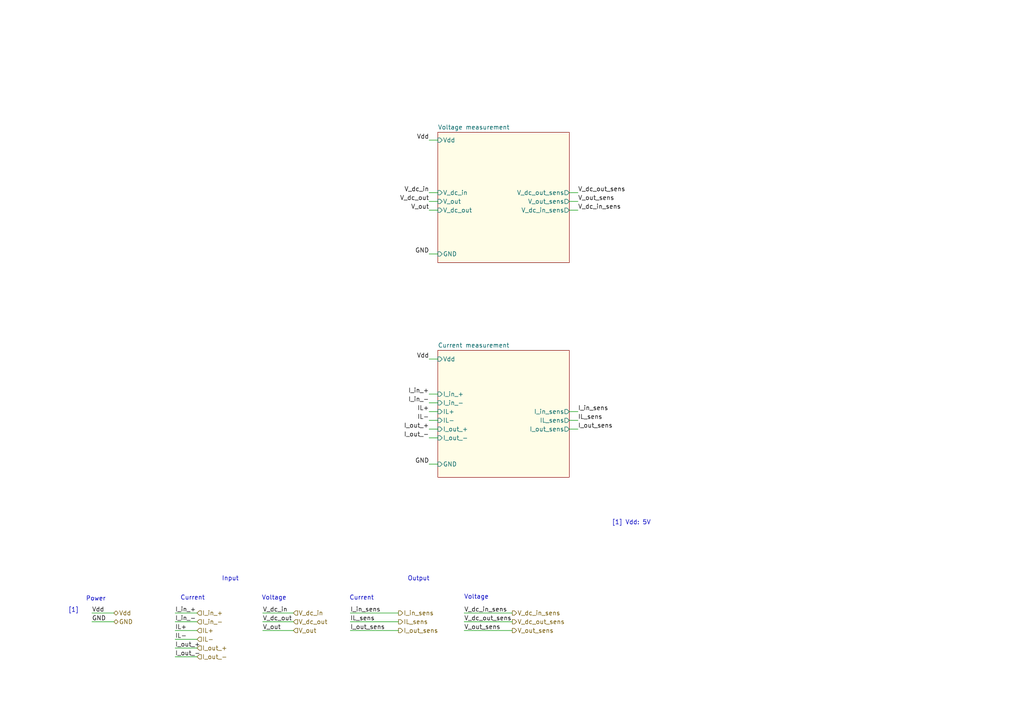
<source format=kicad_sch>
(kicad_sch
	(version 20231120)
	(generator "eeschema")
	(generator_version "8.0")
	(uuid "7d313d79-dfae-4d6f-b1d3-369d939acb14")
	(paper "A4")
	(lib_symbols)
	(wire
		(pts
			(xy 124.46 104.14) (xy 127 104.14)
		)
		(stroke
			(width 0)
			(type default)
		)
		(uuid "011f58c2-3d7c-4b09-8178-45d33cf0bb6f")
	)
	(wire
		(pts
			(xy 57.15 177.8) (xy 50.8 177.8)
		)
		(stroke
			(width 0)
			(type default)
		)
		(uuid "02091862-4557-44f8-875a-2c252f4e4fc9")
	)
	(wire
		(pts
			(xy 124.46 127) (xy 127 127)
		)
		(stroke
			(width 0)
			(type default)
		)
		(uuid "10cec745-ba5c-4718-ac91-b0fbe3ff1232")
	)
	(wire
		(pts
			(xy 165.1 121.92) (xy 167.64 121.92)
		)
		(stroke
			(width 0)
			(type default)
		)
		(uuid "1a03e389-f27e-4037-89ef-996c7e8efbdc")
	)
	(wire
		(pts
			(xy 124.46 40.64) (xy 127 40.64)
		)
		(stroke
			(width 0)
			(type default)
		)
		(uuid "1ce57bfa-786a-4802-bfe7-f7e1bc135ca7")
	)
	(wire
		(pts
			(xy 124.46 73.66) (xy 127 73.66)
		)
		(stroke
			(width 0)
			(type default)
		)
		(uuid "1f3ef978-f8a7-4314-b8d6-ff4bf1b032f5")
	)
	(wire
		(pts
			(xy 124.46 124.46) (xy 127 124.46)
		)
		(stroke
			(width 0)
			(type default)
		)
		(uuid "226d1413-0f93-408e-bf6c-9be1b1a60761")
	)
	(wire
		(pts
			(xy 165.1 60.96) (xy 167.64 60.96)
		)
		(stroke
			(width 0)
			(type default)
		)
		(uuid "370300b7-e612-4285-98cd-3da334bcbb7f")
	)
	(wire
		(pts
			(xy 33.02 177.8) (xy 26.67 177.8)
		)
		(stroke
			(width 0)
			(type default)
		)
		(uuid "389df5f7-05e9-40fe-bbc3-c87fc1bf4cf6")
	)
	(wire
		(pts
			(xy 165.1 58.42) (xy 167.64 58.42)
		)
		(stroke
			(width 0)
			(type default)
		)
		(uuid "5104c115-da6c-4d02-a081-6aefee52cb8f")
	)
	(wire
		(pts
			(xy 124.46 60.96) (xy 127 60.96)
		)
		(stroke
			(width 0)
			(type default)
		)
		(uuid "51f11aa4-be30-4490-9023-a56bdb245c22")
	)
	(wire
		(pts
			(xy 57.15 180.34) (xy 50.8 180.34)
		)
		(stroke
			(width 0)
			(type default)
		)
		(uuid "5a0c0205-4f36-46ce-87b5-8c1864278d1f")
	)
	(wire
		(pts
			(xy 124.46 119.38) (xy 127 119.38)
		)
		(stroke
			(width 0)
			(type default)
		)
		(uuid "61f4e480-e0d4-4616-acc3-76f05fc9ddcc")
	)
	(wire
		(pts
			(xy 85.09 182.88) (xy 76.2 182.88)
		)
		(stroke
			(width 0)
			(type default)
		)
		(uuid "62e57642-65f6-4aef-a246-da79b3dedee2")
	)
	(wire
		(pts
			(xy 57.15 185.42) (xy 50.8 185.42)
		)
		(stroke
			(width 0)
			(type default)
		)
		(uuid "66324d80-9c5e-4435-bd05-07389d0aa299")
	)
	(wire
		(pts
			(xy 134.62 180.34) (xy 148.59 180.34)
		)
		(stroke
			(width 0)
			(type default)
		)
		(uuid "6e7ca0c8-6adb-4d09-a4c7-7ec5bef93ed6")
	)
	(wire
		(pts
			(xy 124.46 116.84) (xy 127 116.84)
		)
		(stroke
			(width 0)
			(type default)
		)
		(uuid "84c40e53-4577-4d06-980b-09a70260953c")
	)
	(wire
		(pts
			(xy 124.46 55.88) (xy 127 55.88)
		)
		(stroke
			(width 0)
			(type default)
		)
		(uuid "a23c54a7-276f-49e6-8bf8-0cb7b939d50d")
	)
	(wire
		(pts
			(xy 33.02 180.34) (xy 26.67 180.34)
		)
		(stroke
			(width 0)
			(type default)
		)
		(uuid "a6cc9593-9c18-404d-8d28-cae658c51e6c")
	)
	(wire
		(pts
			(xy 57.15 182.88) (xy 50.8 182.88)
		)
		(stroke
			(width 0)
			(type default)
		)
		(uuid "a7f8c57d-a6b0-4079-930d-67662a9fded3")
	)
	(wire
		(pts
			(xy 50.8 190.5) (xy 57.15 190.5)
		)
		(stroke
			(width 0)
			(type default)
		)
		(uuid "abba906c-7f29-4293-8070-5b118fdd05e8")
	)
	(wire
		(pts
			(xy 85.09 177.8) (xy 76.2 177.8)
		)
		(stroke
			(width 0)
			(type default)
		)
		(uuid "aff73ea7-2ecd-4b71-b6e5-75c3730aff26")
	)
	(wire
		(pts
			(xy 101.6 182.88) (xy 115.57 182.88)
		)
		(stroke
			(width 0)
			(type default)
		)
		(uuid "b13379f1-e498-4fcf-bd83-30fc1b547cd4")
	)
	(wire
		(pts
			(xy 101.6 180.34) (xy 115.57 180.34)
		)
		(stroke
			(width 0)
			(type default)
		)
		(uuid "b264383e-4d19-48ed-805d-883f18625d99")
	)
	(wire
		(pts
			(xy 124.46 58.42) (xy 127 58.42)
		)
		(stroke
			(width 0)
			(type default)
		)
		(uuid "b5560adc-dfd9-4440-b87e-ace35b158467")
	)
	(wire
		(pts
			(xy 124.46 121.92) (xy 127 121.92)
		)
		(stroke
			(width 0)
			(type default)
		)
		(uuid "b56adacb-f5e3-4667-bfff-9283a491360c")
	)
	(wire
		(pts
			(xy 165.1 55.88) (xy 167.64 55.88)
		)
		(stroke
			(width 0)
			(type default)
		)
		(uuid "beb9957c-75aa-40a8-91c4-c281b2580dd8")
	)
	(wire
		(pts
			(xy 124.46 114.3) (xy 127 114.3)
		)
		(stroke
			(width 0)
			(type default)
		)
		(uuid "c79d993a-d683-4c0b-b099-392a1dc8c882")
	)
	(wire
		(pts
			(xy 134.62 177.8) (xy 148.59 177.8)
		)
		(stroke
			(width 0)
			(type default)
		)
		(uuid "c9585ebb-23e9-40c2-b40f-10808fa24aca")
	)
	(wire
		(pts
			(xy 101.6 177.8) (xy 115.57 177.8)
		)
		(stroke
			(width 0)
			(type default)
		)
		(uuid "ceec7ab8-1dd4-4cae-ba6f-1157fee22ab5")
	)
	(wire
		(pts
			(xy 165.1 124.46) (xy 167.64 124.46)
		)
		(stroke
			(width 0)
			(type default)
		)
		(uuid "d4255dcf-49c2-46f1-9995-f56e733b4abb")
	)
	(wire
		(pts
			(xy 134.62 182.88) (xy 148.59 182.88)
		)
		(stroke
			(width 0)
			(type default)
		)
		(uuid "db989643-7b63-403a-971d-11516e5d7c09")
	)
	(wire
		(pts
			(xy 50.8 187.96) (xy 57.15 187.96)
		)
		(stroke
			(width 0)
			(type default)
		)
		(uuid "ebe52200-fbc0-4e7b-9bf5-8f0c7922f09c")
	)
	(wire
		(pts
			(xy 124.46 134.62) (xy 127 134.62)
		)
		(stroke
			(width 0)
			(type default)
		)
		(uuid "ec35f46c-67f0-4d96-ac7c-9650f9e33920")
	)
	(wire
		(pts
			(xy 165.1 119.38) (xy 167.64 119.38)
		)
		(stroke
			(width 0)
			(type default)
		)
		(uuid "ec7332e8-123d-486e-8fcb-9873e4baf22b")
	)
	(wire
		(pts
			(xy 85.09 180.34) (xy 76.2 180.34)
		)
		(stroke
			(width 0)
			(type default)
		)
		(uuid "f67b83b9-1e64-4145-885c-892bdc170703")
	)
	(text "[1] Vdd: 5V"
		(exclude_from_sim no)
		(at 183.134 151.638 0)
		(effects
			(font
				(size 1.27 1.27)
			)
		)
		(uuid "0134583d-45cc-40a8-ae4a-f98e245d192b")
	)
	(text "Voltage"
		(exclude_from_sim no)
		(at 138.176 173.228 0)
		(effects
			(font
				(size 1.27 1.27)
			)
		)
		(uuid "44d3b9fa-fdf8-428f-84c3-e354e3953253")
	)
	(text "Voltage"
		(exclude_from_sim no)
		(at 79.502 173.482 0)
		(effects
			(font
				(size 1.27 1.27)
			)
		)
		(uuid "a0140a7f-d4c3-4b5d-a809-454dd3284846")
	)
	(text "Current"
		(exclude_from_sim no)
		(at 104.902 173.482 0)
		(effects
			(font
				(size 1.27 1.27)
			)
		)
		(uuid "b0c11d42-f889-415b-b245-119049a1009d")
	)
	(text "Input\n"
		(exclude_from_sim no)
		(at 66.802 167.894 0)
		(effects
			(font
				(size 1.27 1.27)
			)
		)
		(uuid "cad8a8e0-d1d5-4042-85ba-71626e260b86")
	)
	(text "Power"
		(exclude_from_sim no)
		(at 24.892 173.736 0)
		(effects
			(font
				(size 1.27 1.27)
			)
			(justify left)
		)
		(uuid "e100e223-0e10-4832-a325-e678abf22081")
	)
	(text "Current"
		(exclude_from_sim no)
		(at 55.88 173.482 0)
		(effects
			(font
				(size 1.27 1.27)
			)
		)
		(uuid "e2af4f1f-6d2b-4b0b-aee9-f6b743a280bf")
	)
	(text "Output\n"
		(exclude_from_sim no)
		(at 121.412 167.894 0)
		(effects
			(font
				(size 1.27 1.27)
			)
		)
		(uuid "f2621664-fbbe-46d4-93d4-39ee219c4222")
	)
	(text "[1]"
		(exclude_from_sim no)
		(at 21.336 177.038 0)
		(effects
			(font
				(size 1.27 1.27)
			)
		)
		(uuid "f553af49-ff92-4b3d-a21f-85a1b319f7e6")
	)
	(label "I_in_-"
		(at 50.8 180.34 0)
		(fields_autoplaced yes)
		(effects
			(font
				(size 1.27 1.27)
			)
			(justify left bottom)
		)
		(uuid "01c72faa-93a5-4a6a-97ec-224dea67b070")
	)
	(label "V_dc_out"
		(at 76.2 180.34 0)
		(fields_autoplaced yes)
		(effects
			(font
				(size 1.27 1.27)
			)
			(justify left bottom)
		)
		(uuid "0a83a87d-933d-4213-ae0b-d01aa8b56423")
	)
	(label "V_out"
		(at 124.46 60.96 180)
		(fields_autoplaced yes)
		(effects
			(font
				(size 1.27 1.27)
			)
			(justify right bottom)
		)
		(uuid "0ee70f23-cd1c-4bbc-8b49-1b6653660d82")
	)
	(label "Vdd"
		(at 26.67 177.8 0)
		(fields_autoplaced yes)
		(effects
			(font
				(size 1.27 1.27)
			)
			(justify left bottom)
		)
		(uuid "149c8dd9-32e9-49c3-8d52-3135cd2c226d")
	)
	(label "V_out_sens"
		(at 134.62 182.88 0)
		(fields_autoplaced yes)
		(effects
			(font
				(size 1.27 1.27)
			)
			(justify left bottom)
		)
		(uuid "14eb9237-083a-40ed-a170-5fa10b173f4d")
	)
	(label "GND"
		(at 124.46 73.66 180)
		(fields_autoplaced yes)
		(effects
			(font
				(size 1.27 1.27)
			)
			(justify right bottom)
		)
		(uuid "1bd68050-4747-4356-874b-b9d886a837ee")
	)
	(label "IL+"
		(at 124.46 119.38 180)
		(fields_autoplaced yes)
		(effects
			(font
				(size 1.27 1.27)
			)
			(justify right bottom)
		)
		(uuid "2100b9c7-2edf-467f-af98-eb3060afb72c")
	)
	(label "V_dc_in"
		(at 124.46 55.88 180)
		(fields_autoplaced yes)
		(effects
			(font
				(size 1.27 1.27)
			)
			(justify right bottom)
		)
		(uuid "2de3ef94-4913-4b05-b499-243579b6f2c9")
	)
	(label "I_out_-"
		(at 50.8 190.5 0)
		(fields_autoplaced yes)
		(effects
			(font
				(size 1.27 1.27)
			)
			(justify left bottom)
		)
		(uuid "337d9f19-e66f-4429-8b3f-1b2d08324533")
	)
	(label "GND"
		(at 124.46 134.62 180)
		(fields_autoplaced yes)
		(effects
			(font
				(size 1.27 1.27)
			)
			(justify right bottom)
		)
		(uuid "3a77a7c1-96c6-4600-bb61-f2f20f91d835")
	)
	(label "I_out_+"
		(at 124.46 124.46 180)
		(fields_autoplaced yes)
		(effects
			(font
				(size 1.27 1.27)
			)
			(justify right bottom)
		)
		(uuid "45fc3f43-bd40-4757-a9df-0a927e75ad2e")
	)
	(label "V_dc_out_sens"
		(at 134.62 180.34 0)
		(fields_autoplaced yes)
		(effects
			(font
				(size 1.27 1.27)
			)
			(justify left bottom)
		)
		(uuid "5562a22d-a1ac-4696-b50c-06cb404aa9bc")
	)
	(label "IL_sens"
		(at 101.6 180.34 0)
		(fields_autoplaced yes)
		(effects
			(font
				(size 1.27 1.27)
			)
			(justify left bottom)
		)
		(uuid "5604f485-dbb2-46a5-9045-290d1caa4041")
	)
	(label "I_out_-"
		(at 124.46 127 180)
		(fields_autoplaced yes)
		(effects
			(font
				(size 1.27 1.27)
			)
			(justify right bottom)
		)
		(uuid "5b7f1711-2e7f-4b7c-90a2-759052083f93")
	)
	(label "I_in_sens"
		(at 167.64 119.38 0)
		(fields_autoplaced yes)
		(effects
			(font
				(size 1.27 1.27)
			)
			(justify left bottom)
		)
		(uuid "61b82ccd-2634-4613-b2a3-805a04d0996b")
	)
	(label "V_out"
		(at 76.2 182.88 0)
		(fields_autoplaced yes)
		(effects
			(font
				(size 1.27 1.27)
			)
			(justify left bottom)
		)
		(uuid "62fd39f9-0574-44f7-ac10-cd57f3cfdcf1")
	)
	(label "I_in_+"
		(at 50.8 177.8 0)
		(fields_autoplaced yes)
		(effects
			(font
				(size 1.27 1.27)
			)
			(justify left bottom)
		)
		(uuid "72cd6e30-2760-422d-b12f-569616473347")
	)
	(label "V_dc_in"
		(at 76.2 177.8 0)
		(fields_autoplaced yes)
		(effects
			(font
				(size 1.27 1.27)
			)
			(justify left bottom)
		)
		(uuid "739695b9-fc46-4820-84a5-7ba42a7353b4")
	)
	(label "V_dc_out_sens"
		(at 167.64 55.88 0)
		(fields_autoplaced yes)
		(effects
			(font
				(size 1.27 1.27)
			)
			(justify left bottom)
		)
		(uuid "7bfa73f7-8167-44ce-9bc6-0983de0bd6d8")
	)
	(label "V_dc_in_sens"
		(at 167.64 60.96 0)
		(fields_autoplaced yes)
		(effects
			(font
				(size 1.27 1.27)
			)
			(justify left bottom)
		)
		(uuid "7f45844c-bc0d-4a44-99f9-45675c0405dd")
	)
	(label "I_out_sens"
		(at 167.64 124.46 0)
		(fields_autoplaced yes)
		(effects
			(font
				(size 1.27 1.27)
			)
			(justify left bottom)
		)
		(uuid "89301a19-dc23-461e-8c4e-130d37812125")
	)
	(label "I_out_sens"
		(at 101.6 182.88 0)
		(fields_autoplaced yes)
		(effects
			(font
				(size 1.27 1.27)
			)
			(justify left bottom)
		)
		(uuid "a58f9e5d-22f7-4ce6-bbb2-0671207d0967")
	)
	(label "I_out_+"
		(at 50.8 187.96 0)
		(fields_autoplaced yes)
		(effects
			(font
				(size 1.27 1.27)
			)
			(justify left bottom)
		)
		(uuid "a636293f-7108-4dcc-af1e-38c9bf8dd851")
	)
	(label "V_out_sens"
		(at 167.64 58.42 0)
		(fields_autoplaced yes)
		(effects
			(font
				(size 1.27 1.27)
			)
			(justify left bottom)
		)
		(uuid "b45263e4-eebe-4f17-a35a-346e7110ad4e")
	)
	(label "I_in_-"
		(at 124.46 116.84 180)
		(fields_autoplaced yes)
		(effects
			(font
				(size 1.27 1.27)
			)
			(justify right bottom)
		)
		(uuid "b798c698-6ea8-4b61-9630-34af5761c2a3")
	)
	(label "V_dc_in_sens"
		(at 134.62 177.8 0)
		(fields_autoplaced yes)
		(effects
			(font
				(size 1.27 1.27)
			)
			(justify left bottom)
		)
		(uuid "bc3d3037-059e-46c9-ae02-1dbcdd4a8c07")
	)
	(label "IL+"
		(at 50.8 182.88 0)
		(fields_autoplaced yes)
		(effects
			(font
				(size 1.27 1.27)
			)
			(justify left bottom)
		)
		(uuid "c5390eaa-ce31-44d1-903c-5123864f4ba2")
	)
	(label "IL-"
		(at 50.8 185.42 0)
		(fields_autoplaced yes)
		(effects
			(font
				(size 1.27 1.27)
			)
			(justify left bottom)
		)
		(uuid "c8f44af2-c3c9-45cb-b564-abd251693280")
	)
	(label "IL-"
		(at 124.46 121.92 180)
		(fields_autoplaced yes)
		(effects
			(font
				(size 1.27 1.27)
			)
			(justify right bottom)
		)
		(uuid "c977a46d-0fbe-41ff-bcff-a3130bd1cfea")
	)
	(label "IL_sens"
		(at 167.64 121.92 0)
		(fields_autoplaced yes)
		(effects
			(font
				(size 1.27 1.27)
			)
			(justify left bottom)
		)
		(uuid "cd06aa6f-e09f-443d-9247-027c0a1f7fab")
	)
	(label "I_in_+"
		(at 124.46 114.3 180)
		(fields_autoplaced yes)
		(effects
			(font
				(size 1.27 1.27)
			)
			(justify right bottom)
		)
		(uuid "d21f1192-fcae-4f55-aa8f-718c62decb9f")
	)
	(label "V_dc_out"
		(at 124.46 58.42 180)
		(fields_autoplaced yes)
		(effects
			(font
				(size 1.27 1.27)
			)
			(justify right bottom)
		)
		(uuid "d62dd149-361b-43fd-aae8-439e79a307d1")
	)
	(label "Vdd"
		(at 124.46 104.14 180)
		(fields_autoplaced yes)
		(effects
			(font
				(size 1.27 1.27)
			)
			(justify right bottom)
		)
		(uuid "d876c245-9cbb-4a09-b967-05defd132efa")
	)
	(label "Vdd"
		(at 124.46 40.64 180)
		(fields_autoplaced yes)
		(effects
			(font
				(size 1.27 1.27)
			)
			(justify right bottom)
		)
		(uuid "e051f037-a526-4d37-b48a-1a9da4bde891")
	)
	(label "GND"
		(at 26.67 180.34 0)
		(fields_autoplaced yes)
		(effects
			(font
				(size 1.27 1.27)
			)
			(justify left bottom)
		)
		(uuid "eaa8b07b-66f9-4781-89c8-1a2c5d880ed0")
	)
	(label "I_in_sens"
		(at 101.6 177.8 0)
		(fields_autoplaced yes)
		(effects
			(font
				(size 1.27 1.27)
			)
			(justify left bottom)
		)
		(uuid "fcb9f82e-0745-4ac9-94fb-5de785baf344")
	)
	(hierarchical_label "V_dc_out_sens"
		(shape output)
		(at 148.59 180.34 0)
		(fields_autoplaced yes)
		(effects
			(font
				(size 1.27 1.27)
			)
			(justify left)
		)
		(uuid "04b72203-5edd-4c78-aa5d-bda0d2dc15bc")
	)
	(hierarchical_label "I_out_sens"
		(shape output)
		(at 115.57 182.88 0)
		(fields_autoplaced yes)
		(effects
			(font
				(size 1.27 1.27)
			)
			(justify left)
		)
		(uuid "1d46d9a6-b1f5-49f4-ae96-63b4308f6d26")
	)
	(hierarchical_label "V_out"
		(shape input)
		(at 85.09 182.88 0)
		(fields_autoplaced yes)
		(effects
			(font
				(size 1.27 1.27)
			)
			(justify left)
		)
		(uuid "20479720-73ad-4fb2-ac0e-66838c158474")
	)
	(hierarchical_label "V_dc_out"
		(shape input)
		(at 85.09 180.34 0)
		(fields_autoplaced yes)
		(effects
			(font
				(size 1.27 1.27)
			)
			(justify left)
		)
		(uuid "2ae51f2f-8a2d-4c86-bbfb-1b9f6a62bb82")
	)
	(hierarchical_label "V_out_sens"
		(shape output)
		(at 148.59 182.88 0)
		(fields_autoplaced yes)
		(effects
			(font
				(size 1.27 1.27)
			)
			(justify left)
		)
		(uuid "341f071b-5f07-4cfe-864c-96a4bea11d26")
	)
	(hierarchical_label "IL+"
		(shape input)
		(at 57.15 182.88 0)
		(fields_autoplaced yes)
		(effects
			(font
				(size 1.27 1.27)
			)
			(justify left)
		)
		(uuid "364c9d9a-fb79-4d7a-aaf3-eb5e14ad4c3c")
	)
	(hierarchical_label "GND"
		(shape bidirectional)
		(at 33.02 180.34 0)
		(fields_autoplaced yes)
		(effects
			(font
				(size 1.27 1.27)
			)
			(justify left)
		)
		(uuid "394fce7f-298d-4055-9ba6-db95c36fe95b")
	)
	(hierarchical_label "IL_sens"
		(shape output)
		(at 115.57 180.34 0)
		(fields_autoplaced yes)
		(effects
			(font
				(size 1.27 1.27)
			)
			(justify left)
		)
		(uuid "532013a8-4e63-4fe4-be15-d900c11915d4")
	)
	(hierarchical_label "V_dc_in"
		(shape input)
		(at 85.09 177.8 0)
		(fields_autoplaced yes)
		(effects
			(font
				(size 1.27 1.27)
			)
			(justify left)
		)
		(uuid "90fc2b69-824d-4d0b-8344-0548570a06d8")
	)
	(hierarchical_label "I_out_-"
		(shape input)
		(at 57.15 190.5 0)
		(fields_autoplaced yes)
		(effects
			(font
				(size 1.27 1.27)
			)
			(justify left)
		)
		(uuid "9be3d8d2-89be-47c3-8ff2-66a6818ac16b")
	)
	(hierarchical_label "I_in_sens"
		(shape output)
		(at 115.57 177.8 0)
		(fields_autoplaced yes)
		(effects
			(font
				(size 1.27 1.27)
			)
			(justify left)
		)
		(uuid "9ca331fb-b8ad-4bd7-bdf3-8e55cd4a8e50")
	)
	(hierarchical_label "Vdd"
		(shape bidirectional)
		(at 33.02 177.8 0)
		(fields_autoplaced yes)
		(effects
			(font
				(size 1.27 1.27)
			)
			(justify left)
		)
		(uuid "a7cc6da4-263d-4f57-896a-623b07a2e28a")
	)
	(hierarchical_label "IL-"
		(shape input)
		(at 57.15 185.42 0)
		(fields_autoplaced yes)
		(effects
			(font
				(size 1.27 1.27)
			)
			(justify left)
		)
		(uuid "cb42eaac-218c-4f3f-b545-aacf62ecff6f")
	)
	(hierarchical_label "I_in_+"
		(shape input)
		(at 57.15 177.8 0)
		(fields_autoplaced yes)
		(effects
			(font
				(size 1.27 1.27)
			)
			(justify left)
		)
		(uuid "cd8bfe62-9f82-432b-9415-864e9878ffed")
	)
	(hierarchical_label "I_in_-"
		(shape input)
		(at 57.15 180.34 0)
		(fields_autoplaced yes)
		(effects
			(font
				(size 1.27 1.27)
			)
			(justify left)
		)
		(uuid "d1bd109b-3f8d-482a-811e-a84411562205")
	)
	(hierarchical_label "V_dc_in_sens"
		(shape output)
		(at 148.59 177.8 0)
		(fields_autoplaced yes)
		(effects
			(font
				(size 1.27 1.27)
			)
			(justify left)
		)
		(uuid "e8fa98c9-f9fe-4080-9fa4-3b4699a9d0b3")
	)
	(hierarchical_label "I_out_+"
		(shape input)
		(at 57.15 187.96 0)
		(fields_autoplaced yes)
		(effects
			(font
				(size 1.27 1.27)
			)
			(justify left)
		)
		(uuid "f02d515e-d4f9-4a0c-a3b9-97118111c49a")
	)
	(sheet
		(at 127 38.354)
		(size 38.1 37.846)
		(fields_autoplaced yes)
		(stroke
			(width 0.1524)
			(type solid)
		)
		(fill
			(color 255 253 231 1.0000)
		)
		(uuid "10e18598-b3a5-43f8-8c73-25c6a5ac7f3b")
		(property "Sheetname" "Voltage measurement"
			(at 127 37.6424 0)
			(effects
				(font
					(size 1.27 1.27)
				)
				(justify left bottom)
			)
		)
		(property "Sheetfile" "Voltage measurement.kicad_sch"
			(at 127 76.7846 0)
			(effects
				(font
					(size 1.27 1.27)
				)
				(justify left top)
				(hide yes)
			)
		)
		(pin "V_dc_in" input
			(at 127 55.88 180)
			(effects
				(font
					(size 1.27 1.27)
				)
				(justify left)
			)
			(uuid "7456f972-8f5f-4f50-b8d2-7a5c3e8d99b3")
		)
		(pin "V_out" input
			(at 127 58.42 180)
			(effects
				(font
					(size 1.27 1.27)
				)
				(justify left)
			)
			(uuid "2cbf4d22-1baf-4a18-a45e-da7b949b4752")
		)
		(pin "V_dc_out" input
			(at 127 60.96 180)
			(effects
				(font
					(size 1.27 1.27)
				)
				(justify left)
			)
			(uuid "31edd496-d052-4077-920c-f7555c325715")
		)
		(pin "V_dc_in_sens" output
			(at 165.1 60.96 0)
			(effects
				(font
					(size 1.27 1.27)
				)
				(justify right)
			)
			(uuid "204b6394-cf23-4291-8544-d87e9dccc787")
		)
		(pin "V_dc_out_sens" output
			(at 165.1 55.88 0)
			(effects
				(font
					(size 1.27 1.27)
				)
				(justify right)
			)
			(uuid "cb4a6194-ac93-4257-b4c8-da68543644b9")
		)
		(pin "V_out_sens" output
			(at 165.1 58.42 0)
			(effects
				(font
					(size 1.27 1.27)
				)
				(justify right)
			)
			(uuid "6888eded-b463-4127-a7b8-3d51b52754ef")
		)
		(pin "Vdd" input
			(at 127 40.64 180)
			(effects
				(font
					(size 1.27 1.27)
				)
				(justify left)
			)
			(uuid "6d17f674-97c3-49e5-8b5f-32c2a35b135b")
		)
		(pin "GND" input
			(at 127 73.66 180)
			(effects
				(font
					(size 1.27 1.27)
				)
				(justify left)
			)
			(uuid "f879296a-c8e3-4daa-9d10-be56e0bf2ca0")
		)
		(instances
			(project "buck-boost-xp"
				(path "/3f994017-d36f-4c43-a8c8-740bd919e8ad/70cf8e5f-42f7-4af1-be5f-f7a395e09e78"
					(page "9")
				)
			)
		)
	)
	(sheet
		(at 127 101.6)
		(size 38.1 36.83)
		(fields_autoplaced yes)
		(stroke
			(width 0.1524)
			(type solid)
		)
		(fill
			(color 255 253 231 1.0000)
		)
		(uuid "4c95cbf9-e4e0-409d-a846-0f8d58b8f8d6")
		(property "Sheetname" "Current measurement"
			(at 127 100.8884 0)
			(effects
				(font
					(size 1.27 1.27)
				)
				(justify left bottom)
			)
		)
		(property "Sheetfile" "Current measurement.kicad_sch"
			(at 127 139.0146 0)
			(effects
				(font
					(size 1.27 1.27)
				)
				(justify left top)
				(hide yes)
			)
		)
		(pin "I_in_sens" output
			(at 165.1 119.38 0)
			(effects
				(font
					(size 1.27 1.27)
				)
				(justify right)
			)
			(uuid "616dc538-30c2-4f31-b713-87303f071a30")
		)
		(pin "IL_sens" output
			(at 165.1 121.92 0)
			(effects
				(font
					(size 1.27 1.27)
				)
				(justify right)
			)
			(uuid "357f362a-06e1-4f63-aa26-b3c21d77e823")
		)
		(pin "I_out_sens" output
			(at 165.1 124.46 0)
			(effects
				(font
					(size 1.27 1.27)
				)
				(justify right)
			)
			(uuid "2ae82ca8-92d0-45d5-a5f5-15cf19bfc2a9")
		)
		(pin "Vdd" input
			(at 127 104.14 180)
			(effects
				(font
					(size 1.27 1.27)
				)
				(justify left)
			)
			(uuid "7711116f-1301-4d43-b372-55ed9423666a")
		)
		(pin "GND" input
			(at 127 134.62 180)
			(effects
				(font
					(size 1.27 1.27)
				)
				(justify left)
			)
			(uuid "c83e7c71-3314-4082-a9f2-a81a3ecb8e4a")
		)
		(pin "I_in_+" input
			(at 127 114.3 180)
			(effects
				(font
					(size 1.27 1.27)
				)
				(justify left)
			)
			(uuid "1a910046-06d2-4249-99c8-03e224dfec8c")
		)
		(pin "IL-" input
			(at 127 121.92 180)
			(effects
				(font
					(size 1.27 1.27)
				)
				(justify left)
			)
			(uuid "11a2f174-4dba-4c83-ad36-c723d499cd06")
		)
		(pin "I_out_+" input
			(at 127 124.46 180)
			(effects
				(font
					(size 1.27 1.27)
				)
				(justify left)
			)
			(uuid "d3af09eb-3355-497c-961d-8e4b356553d3")
		)
		(pin "I_out_-" input
			(at 127 127 180)
			(effects
				(font
					(size 1.27 1.27)
				)
				(justify left)
			)
			(uuid "ed34c926-bf9c-4461-b23e-9cc9ca930edb")
		)
		(pin "I_in_-" input
			(at 127 116.84 180)
			(effects
				(font
					(size 1.27 1.27)
				)
				(justify left)
			)
			(uuid "bb5e05e6-ef3f-4c17-8eae-09f3ddb6edc0")
		)
		(pin "IL+" input
			(at 127 119.38 180)
			(effects
				(font
					(size 1.27 1.27)
				)
				(justify left)
			)
			(uuid "38ae41f2-2c1a-4b74-b363-ba8b2457d897")
		)
		(instances
			(project "buck-boost-xp"
				(path "/3f994017-d36f-4c43-a8c8-740bd919e8ad/70cf8e5f-42f7-4af1-be5f-f7a395e09e78"
					(page "10")
				)
			)
		)
	)
)

</source>
